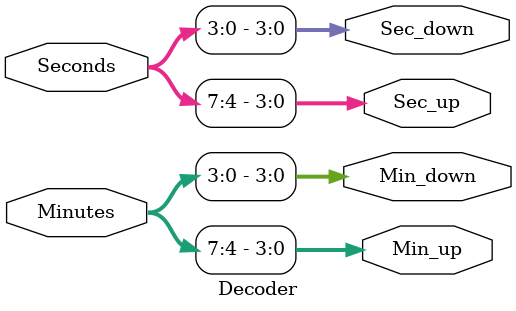
<source format=sv>
module Decoder(
    Minutes,
    Seconds,
    Min_up,
    Min_down,
    Sec_up,
    Sec_down
);

    input [7:0] Minutes;
    input [7:0] Seconds;

    output [3:0] Min_up;
    output [3:0] Min_down;
    output [3:0] Sec_up;
    output [3:0] Sec_down;

assign Min_up = Minutes[7:4];
assign Min_down = Minutes[3:0];
assign Sec_up = Seconds[7:4];
assign Sec_down = Seconds[3:0];


endmodule

</source>
